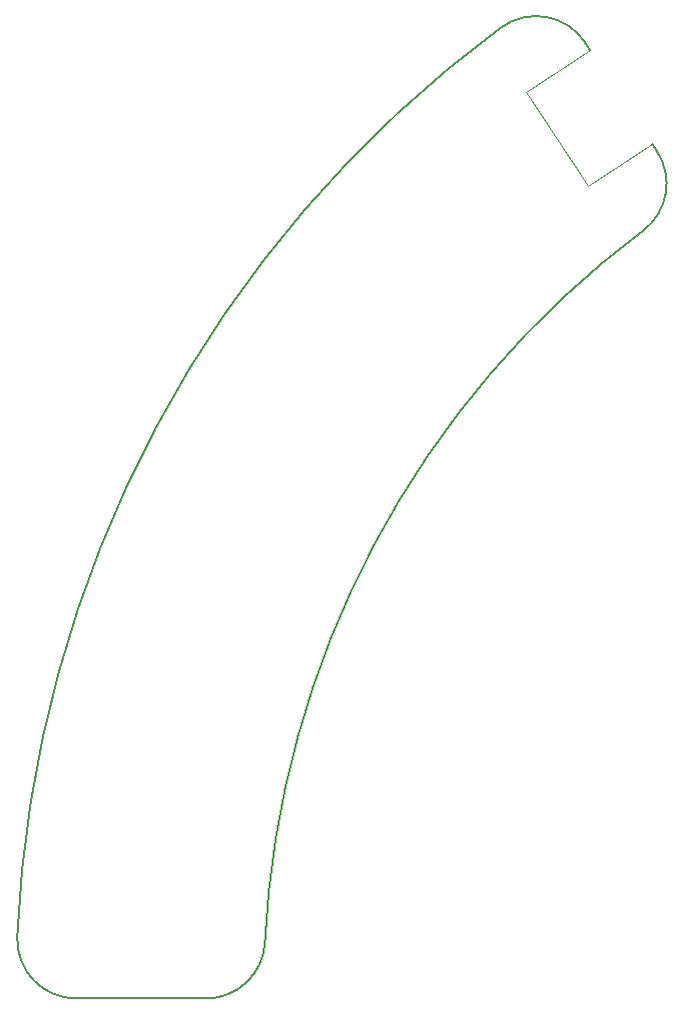
<source format=gbr>
%TF.GenerationSoftware,KiCad,Pcbnew,8.0.4*%
%TF.CreationDate,2024-09-02T19:36:39+02:00*%
%TF.ProjectId,Zoka-MainBoard,5a6f6b61-2d4d-4616-996e-426f6172642e,rev?*%
%TF.SameCoordinates,Original*%
%TF.FileFunction,Profile,NP*%
%FSLAX46Y46*%
G04 Gerber Fmt 4.6, Leading zero omitted, Abs format (unit mm)*
G04 Created by KiCad (PCBNEW 8.0.4) date 2024-09-02 19:36:39*
%MOMM*%
%LPD*%
G01*
G04 APERTURE LIST*
%TA.AperFunction,Profile*%
%ADD10C,0.200000*%
%TD*%
%TA.AperFunction,Profile*%
%ADD11C,0.100000*%
%TD*%
G04 APERTURE END LIST*
D10*
X194314805Y-35646927D02*
X193897266Y-35013697D01*
X150728255Y-116028448D02*
X161739728Y-116028448D01*
X199966471Y-44208008D02*
G75*
G02*
X198788379Y-50966450I-4172971J-2754492D01*
G01*
X145732869Y-110813672D02*
G75*
G02*
X186756655Y-33744236I101068671J-4345368D01*
G01*
X199966471Y-44208008D02*
X199544370Y-43577983D01*
X150728255Y-116028448D02*
G75*
G02*
X145732865Y-110813672I45J5000048D01*
G01*
X166733844Y-111270959D02*
G75*
G02*
X161739730Y-116028426I-4994044J242459D01*
G01*
X166733844Y-111270959D02*
G75*
G02*
X198788377Y-50966447I80067786J-3888131D01*
G01*
X186756656Y-33744237D02*
G75*
G02*
X193897240Y-35013714I2967744J-4023963D01*
G01*
D11*
%TO.C,J201*%
X194117860Y-47156111D02*
X188888293Y-39225056D01*
X199544372Y-43577986D02*
X194117860Y-47156111D01*
X188888293Y-39225056D02*
X194314804Y-35646932D01*
%TD*%
M02*

</source>
